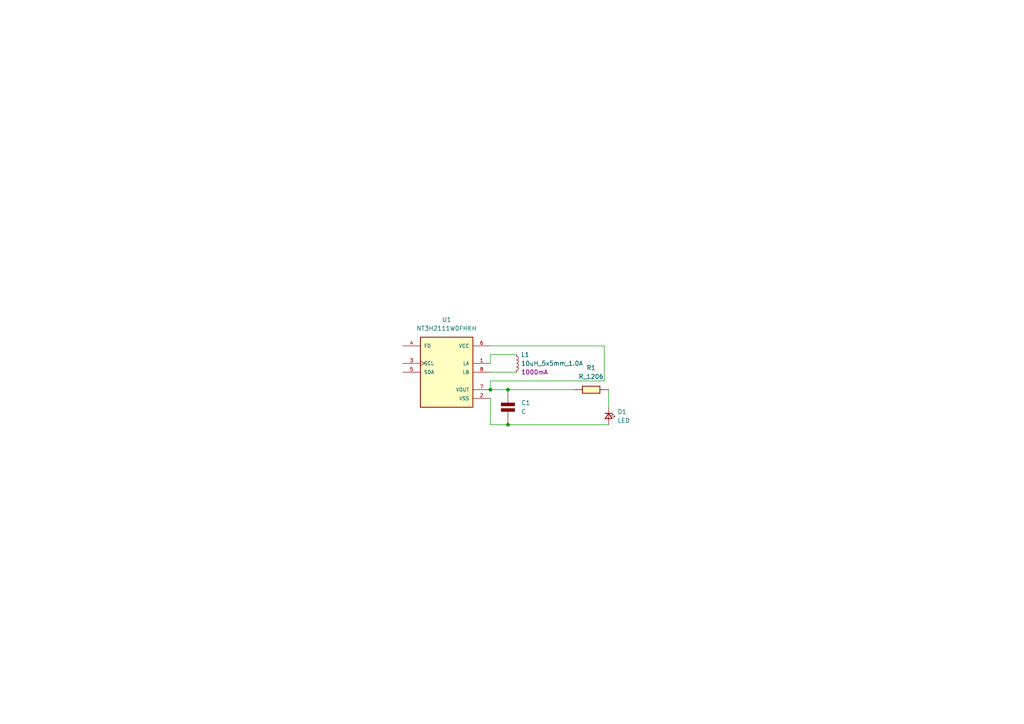
<source format=kicad_sch>
(kicad_sch (version 20250114) (generator "eeschema") (generator_version "9.0")
  (paper "A4")
  (lib_symbols
    (symbol "NFCActual:NT3H2111W0FHKH" (pin_names (offset 1.016))
      (property "Reference" "U" (at -7.6233 10.6725 0))
      (property "Value" "NT3H2111W0FHKH" (at -7.6248 -12.708 0))
      (symbol "NT3H2111W0FHKH_0_0"
        (rectangle (start -7.62 -10.16) (end 7.62 10.16) (stroke (width 0.254)) (fill (type background)))
        (pin input line (at -12.7 7.62 0) (length 5.08) (name "FD") (number "4"))
        (pin input clock (at -12.7 2.54 0) (length 5.08) (name "SCL") (number "3"))
        (pin bidirectional line (at -12.7 0 0) (length 5.08) (name "SDA") (number "5"))
        (pin power_in line (at 12.7 7.62 180) (length 5.08) (name "VCC") (number "6"))
        (pin bidirectional line (at 12.7 2.54 180) (length 5.08) (name "LA") (number "1"))
        (pin bidirectional line (at 12.7 0 180) (length 5.08) (name "LB") (number "8"))
        (pin output line (at 12.7 -5.08 180) (length 5.08) (name "VOUT") (number "7"))
        (pin power_in line (at 12.7 -7.62 180) (length 5.08) (name "VSS") (number "2"))
      )
    )
    (symbol "PCM_Elektuur:C" (pin_numbers (hide yes)) (pin_names (offset 0) (hide yes))
      (property "Reference" "C" (at 0.635 3.175 0))
      (property "Value" "C" (at 0.635 -3.175 0))
      (symbol "C_1_1"
        (rectangle (start -1.905 1.1938) (end 1.905 0.4318) (stroke (width 0.254)) (fill (type outline)))
        (rectangle (start -1.905 -0.4318) (end 1.905 -1.1938) (stroke (width 0.254)) (fill (type outline)))
        (pin passive line (at 0 5.08 270) (length 3.8862) (name "+") (number "1"))
        (pin passive line (at 0 -5.08 90) (length 3.8862) (name "-") (number "2"))
      )
      (symbol "C_1_2"
        (polyline (pts (xy -1.905 0.4318) (xy 1.905 0.4318) (xy 1.905 1.4986) (xy -1.905 1.4986) (xy -1.905 0.4318) (xy -1.8034 0.5334) (xy -1.8034 1.397) (xy 1.8034 1.397) (xy 1.8034 0.5334) (xy -1.8034 0.5334) (xy -1.905 0.4318)) (stroke (width 0.254)) (fill (type outline)))
        (polyline (pts (xy -1.905 -1.4986) (xy 1.905 -1.4986) (xy 1.905 -0.4318) (xy -1.905 -0.4318) (xy -1.905 -1.4986) (xy -1.8034 -1.397) (xy -1.8034 -0.5334) (xy 1.8034 -0.5334) (xy 1.8034 -1.397) (xy -1.8034 -1.397) (xy -1.905 -1.4986)) (stroke (width 0.254)) (fill (type outline)))
        (pin passive line (at 0 5.08 270) (length 3.5814) (name "+") (number "1"))
        (pin passive line (at 0 -5.08 90) (length 3.5814) (name "-") (number "2"))
      )
    )
    (symbol "PCM_SparkFun-Coil:10uH_5x5mm_1.0A" (pin_numbers (hide yes)) (pin_names (offset 1.016) (hide yes))
      (property "Reference" "L" (at 0 2.54 0))
      (property "Value" "10uH_5x5mm_1.0A" (at 0 -2.54 0))
      (property "Current" "1000mA" (at 0 -5.08 0))
      (symbol "10uH_5x5mm_1.0A_0_1"
        (arc (start -2.032 0) (mid -1.524 0.5058) (end -1.016 0))
        (arc (start -1.016 0) (mid -0.508 0.5058) (end 0 0))
        (arc (start 0 0) (mid 0.508 0.5058) (end 1.016 0))
        (arc (start 1.016 0) (mid 1.524 0.5058) (end 2.032 0))
      )
      (symbol "10uH_5x5mm_1.0A_1_1"
        (pin passive line (at -2.54 0 0) (length 0.508) (name "~") (number "1"))
        (pin passive line (at 2.54 0 180) (length 0.508) (name "~") (number "2"))
      )
    )
    (symbol "PCM_SparkFun-LED:LED" (pin_numbers (hide yes)) (pin_names (offset 1.016) (hide yes))
      (property "Reference" "D" (at 0 2.54 0))
      (property "Value" "LED" (at 0 -2.54 0))
      (symbol "LED_0_1"
        (polyline (pts (xy -0.762 -1.016) (xy -0.762 1.016)) (stroke (width 0.254)))
        (polyline (pts (xy 0 0.762) (xy -0.508 1.27) (xy -0.254 1.27) (xy -0.508 1.27) (xy -0.508 1.016)))
        (polyline (pts (xy 0.508 1.27) (xy 0 1.778) (xy 0.254 1.778) (xy 0 1.778) (xy 0 1.524)))
        (polyline (pts (xy 0.762 -1.016) (xy -0.762 0) (xy 0.762 1.016) (xy 0.762 -1.016)) (stroke (width 0.254)))
        (polyline (pts (xy 1.016 0) (xy -0.762 0)))
      )
      (symbol "LED_1_1"
        (pin passive line (at -2.54 0 0) (length 1.778) (name "K") (number "1"))
        (pin passive line (at 2.54 0 180) (length 1.778) (name "A") (number "2"))
      )
    )
    (symbol "PCM_fab:R_1206" (pin_numbers (hide yes)) (pin_names (offset 0))
      (property "Reference" "R" (at 2.54 0 90))
      (property "Value" "R_1206" (at -2.54 0 90))
      (symbol "R_1206_0_1"
        (rectangle (start -1.016 -2.54) (end 1.016 2.54) (stroke (width 0.254)) (fill (type background)))
      )
      (symbol "R_1206_1_1"
        (pin passive line (at 0 5.08 270) (length 2.54) (name "~") (number "1"))
        (pin passive line (at 0 -5.08 90) (length 2.54) (name "~") (number "2"))
      )
    )
  )
  (junction (at 147.32 123.19))
  (junction (at 147.32 113.03))
  (junction (at 142.24 113.03))
  (wire (pts (xy 147.32 123.19) (xy 142.24 123.19)))
  (wire (pts (xy 142.24 115.57) (xy 142.24 123.19)))
  (wire (pts (xy 142.24 100.33) (xy 175.26 100.33)))
  (wire (pts (xy 147.32 113.03) (xy 142.24 113.03)))
  (wire (pts (xy 175.26 100.33) (xy 175.26 110.49)))
  (wire (pts (xy 166.37 113.03) (xy 147.32 113.03)))
  (wire (pts (xy 176.53 118.11) (xy 176.53 113.03)))
  (wire (pts (xy 142.24 102.87) (xy 142.24 105.41)))
  (wire (pts (xy 142.24 110.49) (xy 142.24 113.03)))
  (wire (pts (xy 175.26 110.49) (xy 142.24 110.49)))
  (wire (pts (xy 142.24 107.95) (xy 149.86 107.95)))
  (wire (pts (xy 149.86 102.87) (xy 142.24 102.87)))
  (wire (pts (xy 147.32 123.19) (xy 176.53 123.19)))
  (symbol (lib_id "PCM_SparkFun-Coil:10uH_5x5mm_1.0A") (at 149.86 105.41 270) (unit 1)
    (property "Reference" "L1" (at 151.13 102.8699 90) (effects (justify left)))
    (property "Value" "10uH_5x5mm_1.0A" (at 151.13 105.4099 90) (effects (justify left)))
    (property "Footprint" "nfc:25X48MM_NFC_ANTENNA" (effects (hide yes)))
    (property "Datasheet" "https://products.sumida.com/products/pdf/CDRH4D28.pdf" (effects (hide yes)))
    (property "Description" "Inductor" (effects (hide yes)))
    (property "PROD_ID" "NDUC-09819" (effects (hide yes)))
    (property "Current" "1000mA" (at 151.13 107.9499 90) (effects (justify left)))
  )
  (symbol (lib_id "PCM_Elektuur:C") (at 147.32 118.11 180) (unit 1)
    (property "Reference" "C1" (at 151.13 116.8399 0) (effects (justify right)))
    (property "Value" "C" (at 151.13 119.3799 0) (effects (justify right)))
    (property "Footprint" "nfc:CAPC1608X90N" (effects (hide yes)))
    (property "Description" "capacitor, non-polarized/bipolar" (effects (hide yes)))
    (property "Indicator" "+" (effects (hide yes)))
    (property "Rating" "V" (effects (hide yes)))
  )
  (symbol (lib_id "NFCActual:NT3H2111W0FHKH") (at 129.54 107.95 0) (unit 1)
    (property "Reference" "U1" (at 129.54 92.71 0))
    (property "Value" "NT3H2111W0FHKH" (at 129.54 95.25 0))
    (property "Footprint" "nfc:QFN8P50_160X160X50L40X20N" (effects (hide yes)))
    (property "MF" "NXP USA" (effects (hide yes)))
    (property "Description_1" "RFID Reader/Transponder IC 13.56MHz ISO 14443, NFC I2C 1.67V ~ 3.6V 8-XFQFN Exposed Pad" (effects (hide yes)))
    (property "Package" "Package" (effects (hide yes)))
    (property "Price" "None" (effects (hide yes)))
    (property "Check_prices" "https://www.snapeda.com/parts/NT3H2111W0FHKH/NXP+Semiconductors/view-part/?ref=eda" (effects (hide yes)))
    (property "SnapEDA_Link" "https://www.snapeda.com/parts/NT3H2111W0FHKH/NXP+Semiconductors/view-part/?ref=snap" (effects (hide yes)))
    (property "MP" "NT3H2111W0FHKH" (effects (hide yes)))
    (property "Availability" "In Stock" (effects (hide yes)))
    (property "MANUFACTURER" "NXP Semiconductors" (effects (hide yes)))
  )
  (symbol (lib_id "PCM_fab:R_1206") (at 171.45 113.03 90) (unit 1)
    (property "Reference" "R1" (at 171.45 106.68 90))
    (property "Value" "R_1206" (at 171.45 109.22 90))
    (property "Footprint" "nfc:C0603" (effects (hide yes)))
    (property "Description" "Resistor" (effects (hide yes)))
  )
  (symbol (lib_id "PCM_SparkFun-LED:LED") (at 176.53 120.65 270) (unit 1)
    (property "Reference" "D1" (at 179.07 119.4434 90) (effects (justify left)))
    (property "Value" "LED" (at 179.07 121.9834 90) (effects (justify left)))
    (property "Footprint" "nfc:LED0805-R-RD" (effects (hide yes)))
    (property "Description" "Light emitting diode" (effects (hide yes)))
    (property "PROD_ID" "LED-" (effects (hide yes)))
  )
)
</source>
